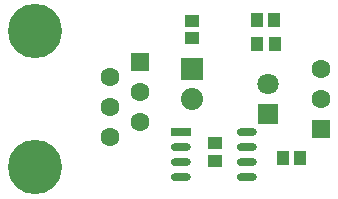
<source format=gbr>
G04 #@! TF.FileFunction,Soldermask,Top*
%FSLAX46Y46*%
G04 Gerber Fmt 4.6, Leading zero omitted, Abs format (unit mm)*
G04 Created by KiCad (PCBNEW (after 2015-mar-04 BZR unknown)-product) date 25.04.2015 22:10:00*
%MOMM*%
G01*
G04 APERTURE LIST*
%ADD10C,0.100000*%
%ADD11R,1.089000X1.216000*%
%ADD12R,1.876400X1.876400*%
%ADD13C,1.876400*%
%ADD14R,1.800000X1.800000*%
%ADD15C,1.800000*%
%ADD16O,1.701140X0.708000*%
%ADD17R,1.701140X0.708000*%
%ADD18R,1.200000X1.100000*%
%ADD19R,1.100000X1.200000*%
%ADD20C,4.600000*%
%ADD21C,1.600000*%
%ADD22R,1.600000X1.600000*%
G04 APERTURE END LIST*
D10*
D11*
X178562000Y-87800000D03*
X177038000Y-87800000D03*
D12*
X171600000Y-89930000D03*
D13*
X171600000Y-92470000D03*
D14*
X178000000Y-93770000D03*
D15*
X178000000Y-91230000D03*
D16*
X176194000Y-95295000D03*
D17*
X170606000Y-95295000D03*
D16*
X176194000Y-96565000D03*
X176194000Y-97835000D03*
X176194000Y-99105000D03*
X170606000Y-96565000D03*
X170606000Y-97835000D03*
X170606000Y-99105000D03*
D18*
X173500000Y-96250000D03*
X173500000Y-97750000D03*
D19*
X179250000Y-97500000D03*
X180750000Y-97500000D03*
D18*
X171600000Y-87350000D03*
X171600000Y-85850000D03*
D19*
X178550000Y-85800000D03*
X177050000Y-85800000D03*
D20*
X158300000Y-86750000D03*
X158300000Y-98250000D03*
D21*
X167189960Y-91865000D03*
X164649960Y-93135000D03*
X167189960Y-94405000D03*
X164649960Y-90595000D03*
D22*
X167192500Y-89325000D03*
D21*
X164652500Y-95675000D03*
X182500000Y-92500000D03*
X182500000Y-89960000D03*
D22*
X182500000Y-95040000D03*
M02*

</source>
